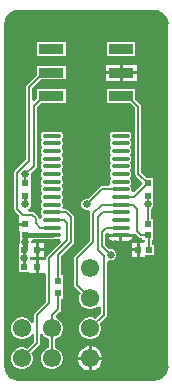
<source format=gbl>
G04*
G04 #@! TF.GenerationSoftware,Altium Limited,Altium Designer,23.0.1 (38)*
G04*
G04 Layer_Physical_Order=2*
G04 Layer_Color=16711680*
%FSLAX24Y24*%
%MOIN*%
G70*
G04*
G04 #@! TF.SameCoordinates,9BD69B8C-B535-481D-991D-221D870DF5CB*
G04*
G04*
G04 #@! TF.FilePolarity,Positive*
G04*
G01*
G75*
%ADD10C,0.0080*%
%ADD12C,0.0100*%
%ADD18R,0.0236X0.0236*%
%ADD25C,0.0610*%
%ADD26C,0.0260*%
%ADD27R,0.0236X0.0236*%
G04:AMPARAMS|DCode=28|XSize=59.1mil|YSize=13.8mil|CornerRadius=3.4mil|HoleSize=0mil|Usage=FLASHONLY|Rotation=180.000|XOffset=0mil|YOffset=0mil|HoleType=Round|Shape=RoundedRectangle|*
%AMROUNDEDRECTD28*
21,1,0.0591,0.0069,0,0,180.0*
21,1,0.0522,0.0138,0,0,180.0*
1,1,0.0069,-0.0261,0.0034*
1,1,0.0069,0.0261,0.0034*
1,1,0.0069,0.0261,-0.0034*
1,1,0.0069,-0.0261,-0.0034*
%
%ADD28ROUNDEDRECTD28*%
%ADD29R,0.0236X0.0216*%
%ADD30R,0.0216X0.0236*%
%ADD31R,0.0827X0.0335*%
%ADD32C,0.0150*%
G36*
X5332Y12568D02*
X5450Y12519D01*
X5551Y12441D01*
X5629Y12340D01*
X5678Y12222D01*
X5693Y12105D01*
X5691Y12095D01*
Y700D01*
X5693Y690D01*
X5678Y573D01*
X5629Y455D01*
X5551Y354D01*
X5450Y276D01*
X5332Y227D01*
X5215Y212D01*
X5206Y214D01*
X700D01*
X690Y212D01*
X573Y227D01*
X455Y276D01*
X354Y354D01*
X276Y455D01*
X227Y573D01*
X212Y690D01*
X214Y700D01*
Y12095D01*
X212Y12105D01*
X227Y12222D01*
X276Y12340D01*
X354Y12441D01*
X455Y12519D01*
X573Y12568D01*
X690Y12583D01*
X700Y12581D01*
X5206D01*
X5215Y12583D01*
X5332Y12568D01*
D02*
G37*
%LPC*%
G36*
X4588Y11495D02*
X3641D01*
Y11040D01*
X4588D01*
Y11495D01*
D02*
G37*
G36*
X2265D02*
X1318D01*
Y11040D01*
X2265D01*
Y11495D01*
D02*
G37*
G36*
X4628Y10747D02*
X4164D01*
Y10530D01*
X4628D01*
Y10747D01*
D02*
G37*
G36*
X4064D02*
X3601D01*
Y10530D01*
X4064D01*
Y10747D01*
D02*
G37*
G36*
X4628Y10430D02*
X4164D01*
Y10213D01*
X4628D01*
Y10430D01*
D02*
G37*
G36*
X4064D02*
X3601D01*
Y10213D01*
X4064D01*
Y10430D01*
D02*
G37*
G36*
X4588Y9920D02*
X3641D01*
Y9465D01*
X4427D01*
X4584Y9308D01*
Y7099D01*
X4592Y7060D01*
X4614Y7027D01*
X4800Y6840D01*
Y6752D01*
X4542Y6494D01*
X4515Y6498D01*
X4449Y6558D01*
Y6626D01*
X4442Y6663D01*
X4421Y6695D01*
Y6745D01*
X4442Y6777D01*
X4449Y6813D01*
Y6882D01*
X4442Y6919D01*
X4421Y6950D01*
Y7001D01*
X4442Y7033D01*
X4449Y7069D01*
Y7138D01*
X4442Y7175D01*
X4421Y7206D01*
Y7257D01*
X4442Y7288D01*
X4449Y7325D01*
Y7394D01*
X4442Y7431D01*
X4421Y7462D01*
Y7513D01*
X4442Y7544D01*
X4449Y7581D01*
Y7650D01*
X4442Y7687D01*
X4421Y7718D01*
Y7769D01*
X4442Y7800D01*
X4449Y7837D01*
Y7906D01*
X4442Y7943D01*
X4421Y7974D01*
Y8025D01*
X4442Y8056D01*
X4449Y8093D01*
Y8162D01*
X4442Y8199D01*
X4421Y8230D01*
Y8281D01*
X4442Y8312D01*
X4449Y8349D01*
Y8418D01*
X4442Y8455D01*
X4421Y8486D01*
X4389Y8507D01*
X4353Y8514D01*
X3831D01*
X3794Y8507D01*
X3763Y8486D01*
X3742Y8455D01*
X3735Y8418D01*
Y8349D01*
X3742Y8312D01*
X3763Y8281D01*
Y8230D01*
X3742Y8199D01*
X3735Y8162D01*
Y8093D01*
X3742Y8056D01*
X3763Y8025D01*
Y7974D01*
X3742Y7943D01*
X3735Y7906D01*
Y7837D01*
X3742Y7800D01*
X3763Y7769D01*
Y7718D01*
X3742Y7687D01*
X3735Y7650D01*
Y7581D01*
X3742Y7544D01*
X3763Y7513D01*
Y7462D01*
X3742Y7431D01*
X3735Y7394D01*
Y7325D01*
X3742Y7288D01*
X3763Y7257D01*
Y7206D01*
X3742Y7175D01*
X3735Y7138D01*
Y7069D01*
X3742Y7033D01*
X3763Y7001D01*
Y6950D01*
X3742Y6919D01*
X3735Y6882D01*
Y6813D01*
X3742Y6777D01*
X3742Y6776D01*
X3704Y6696D01*
X3479D01*
X3440Y6688D01*
X3407Y6666D01*
X3019Y6278D01*
X3013Y6280D01*
X2937D01*
X2868Y6251D01*
X2814Y6198D01*
X2785Y6128D01*
Y6052D01*
X2814Y5982D01*
X2868Y5929D01*
X2937Y5900D01*
X3013D01*
X3019Y5902D01*
X3035Y5894D01*
X3086Y5826D01*
X3078Y5787D01*
Y4872D01*
X2571Y4365D01*
X2549Y4332D01*
X2541Y4293D01*
Y3397D01*
X2549Y3358D01*
X2571Y3325D01*
X2760Y3136D01*
X2740Y3101D01*
X2715Y3008D01*
Y2912D01*
X2740Y2819D01*
X2788Y2736D01*
X2856Y2668D01*
X2939Y2620D01*
X3032Y2595D01*
X3128D01*
X3221Y2620D01*
X3304Y2668D01*
X3351Y2714D01*
X3431Y2684D01*
Y2455D01*
X3256Y2280D01*
X3221Y2300D01*
X3128Y2325D01*
X3032D01*
X2939Y2300D01*
X2856Y2252D01*
X2788Y2184D01*
X2740Y2101D01*
X2715Y2008D01*
Y1912D01*
X2740Y1819D01*
X2788Y1736D01*
X2856Y1668D01*
X2939Y1620D01*
X3032Y1595D01*
X3128D01*
X3221Y1620D01*
X3304Y1668D01*
X3372Y1736D01*
X3420Y1819D01*
X3445Y1912D01*
Y2008D01*
X3420Y2101D01*
X3400Y2136D01*
X3605Y2341D01*
X3627Y2374D01*
X3635Y2413D01*
Y4169D01*
X3715Y4223D01*
X3723Y4220D01*
X3798D01*
X3868Y4248D01*
X3922Y4302D01*
X3950Y4372D01*
Y4447D01*
X3922Y4517D01*
X3868Y4571D01*
X3798Y4600D01*
X3723D01*
X3717Y4597D01*
X3582Y4732D01*
Y5108D01*
X3650Y5161D01*
X3699Y5142D01*
X3702Y5132D01*
X3697Y5107D01*
X4092D01*
X4523D01*
X4529Y5112D01*
X4593Y5108D01*
X4696Y5006D01*
X4729Y4984D01*
X4768Y4976D01*
X4815D01*
Y4910D01*
X4894D01*
X4913Y4860D01*
X4862Y4788D01*
X4736D01*
Y4570D01*
Y4352D01*
X4894D01*
Y4392D01*
X5208D01*
Y4748D01*
X5142D01*
Y4910D01*
X5171D01*
Y5246D01*
X5171D01*
Y5264D01*
X5171D01*
Y5600D01*
X5095D01*
Y5927D01*
X5100Y5929D01*
X5154Y5982D01*
X5183Y6052D01*
Y6128D01*
X5162Y6177D01*
X5171Y6190D01*
X5171D01*
Y6546D01*
X5171Y6546D01*
Y6614D01*
X5171D01*
X5171Y6626D01*
Y6970D01*
X4959D01*
X4788Y7141D01*
Y9351D01*
X4780Y9390D01*
X4758Y9423D01*
X4588Y9593D01*
Y9920D01*
D02*
G37*
G36*
X4487Y5007D02*
X4142D01*
Y4885D01*
X4353D01*
X4405Y4896D01*
X4449Y4925D01*
X4479Y4970D01*
X4487Y5007D01*
D02*
G37*
G36*
X4042D02*
X3697D01*
X3704Y4970D01*
X3734Y4925D01*
X3778Y4896D01*
X3831Y4885D01*
X4042D01*
Y5007D01*
D02*
G37*
G36*
X1360Y4788D02*
Y4620D01*
X1528D01*
Y4788D01*
X1360D01*
D02*
G37*
G36*
X4636Y4788D02*
X4478D01*
Y4620D01*
X4636D01*
Y4788D01*
D02*
G37*
G36*
Y4520D02*
X4478D01*
Y4352D01*
X4636D01*
Y4520D01*
D02*
G37*
G36*
X1528D02*
X1360D01*
Y4352D01*
X1528D01*
Y4520D01*
D02*
G37*
G36*
X2265Y10707D02*
X1318D01*
Y10409D01*
X977Y10068D01*
X955Y10035D01*
X947Y9996D01*
Y8060D01*
Y7587D01*
X581Y7221D01*
X559Y7188D01*
X551Y7149D01*
Y5930D01*
X559Y5891D01*
X581Y5858D01*
X724Y5715D01*
X705Y5635D01*
X705D01*
Y5477D01*
X923D01*
Y5377D01*
X705D01*
Y5219D01*
X745D01*
Y4905D01*
X745D01*
X747Y4901D01*
X733Y4866D01*
Y4790D01*
X734Y4787D01*
X708Y4748D01*
X708D01*
Y4392D01*
X708D01*
X716Y4379D01*
X696Y4330D01*
Y4254D01*
X717Y4202D01*
X708Y4188D01*
X708D01*
Y3832D01*
X1028Y3832D01*
X1091Y3792D01*
X1127Y3792D01*
X1260D01*
Y4010D01*
Y4228D01*
X1150D01*
X1087Y4250D01*
X1078Y4290D01*
X1087Y4333D01*
X1150Y4352D01*
X1260D01*
Y4570D01*
Y4788D01*
X1114D01*
X1113Y4790D01*
X1113Y4810D01*
Y4866D01*
X1177Y4921D01*
X1811D01*
X1837Y4926D01*
X2060D01*
X2077Y4904D01*
X2097Y4850D01*
X1631Y4384D01*
X1609Y4351D01*
X1601Y4312D01*
Y4245D01*
X1528Y4228D01*
X1521Y4228D01*
X1360D01*
Y4010D01*
Y3792D01*
X1521D01*
X1528Y3792D01*
X1601Y3775D01*
Y2848D01*
X1237Y2485D01*
X1215Y2452D01*
X1208Y2413D01*
Y2162D01*
X1128Y2140D01*
X1102Y2184D01*
X1034Y2252D01*
X951Y2300D01*
X858Y2325D01*
X762D01*
X669Y2300D01*
X586Y2252D01*
X518Y2184D01*
X470Y2101D01*
X445Y2008D01*
Y1912D01*
X470Y1819D01*
X518Y1736D01*
X586Y1668D01*
X669Y1620D01*
X762Y1595D01*
X858D01*
X951Y1620D01*
X1034Y1668D01*
X1102Y1736D01*
X1128Y1780D01*
X1208Y1758D01*
Y1512D01*
X976Y1280D01*
X941Y1300D01*
X848Y1325D01*
X752D01*
X659Y1300D01*
X576Y1252D01*
X508Y1184D01*
X460Y1101D01*
X435Y1008D01*
Y912D01*
X460Y819D01*
X508Y736D01*
X576Y668D01*
X659Y620D01*
X752Y595D01*
X848D01*
X941Y620D01*
X1024Y668D01*
X1092Y736D01*
X1140Y819D01*
X1165Y912D01*
Y1008D01*
X1140Y1101D01*
X1120Y1136D01*
X1382Y1397D01*
X1404Y1431D01*
X1412Y1470D01*
Y1760D01*
X1492Y1781D01*
X1518Y1736D01*
X1586Y1668D01*
X1669Y1620D01*
X1698Y1612D01*
Y1311D01*
X1659Y1300D01*
X1576Y1252D01*
X1508Y1184D01*
X1460Y1101D01*
X1435Y1008D01*
Y912D01*
X1460Y819D01*
X1508Y736D01*
X1576Y668D01*
X1659Y620D01*
X1752Y595D01*
X1848D01*
X1941Y620D01*
X2024Y668D01*
X2092Y736D01*
X2140Y819D01*
X2165Y912D01*
Y1008D01*
X2140Y1101D01*
X2092Y1184D01*
X2024Y1252D01*
X1941Y1300D01*
X1902Y1311D01*
Y1607D01*
X1951Y1620D01*
X2034Y1668D01*
X2102Y1736D01*
X2150Y1819D01*
X2175Y1912D01*
Y2008D01*
X2150Y2101D01*
X2102Y2184D01*
X2034Y2252D01*
X1957Y2297D01*
X1948Y2327D01*
X1940Y2386D01*
X2070Y2516D01*
X2092Y2549D01*
X2100Y2588D01*
Y2947D01*
X2176D01*
Y3290D01*
X2176Y3303D01*
X2176Y3370D01*
X2176Y3383D01*
Y3727D01*
X2100D01*
Y4367D01*
X2512Y4779D01*
X2534Y4812D01*
X2542Y4851D01*
Y5657D01*
X2534Y5696D01*
X2512Y5730D01*
X2345Y5896D01*
X2312Y5919D01*
X2273Y5926D01*
X2193D01*
X2156Y6006D01*
X2158Y6009D01*
X2165Y6046D01*
Y6115D01*
X2158Y6152D01*
X2137Y6183D01*
Y6234D01*
X2158Y6265D01*
X2165Y6302D01*
Y6371D01*
X2158Y6407D01*
X2137Y6439D01*
Y6490D01*
X2158Y6521D01*
X2165Y6558D01*
Y6626D01*
X2158Y6663D01*
X2137Y6695D01*
Y6745D01*
X2158Y6777D01*
X2165Y6813D01*
Y6882D01*
X2158Y6919D01*
X2137Y6950D01*
Y7001D01*
X2158Y7033D01*
X2165Y7069D01*
Y7138D01*
X2158Y7175D01*
X2137Y7206D01*
Y7257D01*
X2158Y7288D01*
X2165Y7325D01*
Y7394D01*
X2158Y7431D01*
X2137Y7462D01*
Y7513D01*
X2158Y7544D01*
X2165Y7581D01*
Y7650D01*
X2158Y7687D01*
X2137Y7718D01*
Y7769D01*
X2158Y7800D01*
X2165Y7837D01*
Y7906D01*
X2158Y7943D01*
X2137Y7974D01*
Y8025D01*
X2158Y8056D01*
X2165Y8093D01*
Y8162D01*
X2158Y8199D01*
X2137Y8230D01*
Y8281D01*
X2158Y8312D01*
X2165Y8349D01*
Y8418D01*
X2158Y8455D01*
X2137Y8486D01*
X2106Y8507D01*
X2069Y8514D01*
X1547D01*
X1511Y8507D01*
X1479Y8486D01*
X1458Y8455D01*
X1451Y8418D01*
Y8349D01*
X1458Y8312D01*
X1479Y8281D01*
Y8230D01*
X1458Y8199D01*
X1451Y8162D01*
Y8093D01*
X1458Y8056D01*
X1479Y8025D01*
Y7974D01*
X1458Y7943D01*
X1451Y7906D01*
Y7837D01*
X1458Y7800D01*
X1479Y7769D01*
Y7718D01*
X1458Y7687D01*
X1451Y7650D01*
Y7581D01*
X1458Y7544D01*
X1479Y7513D01*
Y7462D01*
X1458Y7431D01*
X1451Y7394D01*
Y7325D01*
X1458Y7288D01*
X1479Y7257D01*
Y7206D01*
X1458Y7175D01*
X1451Y7138D01*
Y7069D01*
X1458Y7033D01*
X1479Y7001D01*
Y6950D01*
X1458Y6919D01*
X1451Y6882D01*
Y6813D01*
X1458Y6777D01*
X1479Y6745D01*
Y6695D01*
X1458Y6663D01*
X1451Y6626D01*
Y6558D01*
X1458Y6521D01*
X1479Y6490D01*
Y6439D01*
X1458Y6407D01*
X1451Y6371D01*
Y6302D01*
X1458Y6265D01*
X1479Y6234D01*
Y6183D01*
X1458Y6152D01*
X1451Y6115D01*
Y6046D01*
X1458Y6009D01*
X1479Y5978D01*
Y5927D01*
X1458Y5896D01*
X1451Y5859D01*
Y5790D01*
X1458Y5753D01*
X1479Y5722D01*
Y5671D01*
X1458Y5640D01*
X1454Y5618D01*
X1450Y5612D01*
X1422Y5595D01*
X1371Y5581D01*
X1365Y5587D01*
Y5630D01*
X1357Y5669D01*
X1335Y5702D01*
X1225Y5812D01*
X1192Y5834D01*
X1153Y5842D01*
X1029D01*
X1014Y5922D01*
X1030Y5929D01*
X1084Y5982D01*
X1113Y6052D01*
Y6128D01*
X1092Y6177D01*
X1101Y6190D01*
X1101D01*
Y6546D01*
X1101D01*
Y6614D01*
X1101D01*
Y6970D01*
X1101Y6970D01*
X1101D01*
X1108Y7047D01*
X1110Y7052D01*
Y7128D01*
X1108Y7133D01*
X1281Y7307D01*
X1303Y7340D01*
X1311Y7379D01*
Y9328D01*
X1446Y9463D01*
X1664D01*
X1674Y9465D01*
X2265D01*
Y9920D01*
X1318D01*
Y9624D01*
X1225Y9530D01*
X1151Y9561D01*
Y9954D01*
X1450Y10253D01*
X2265D01*
Y10707D01*
D02*
G37*
G36*
X3133Y1365D02*
X3130D01*
Y1010D01*
X3485D01*
Y1013D01*
X3458Y1116D01*
X3404Y1209D01*
X3329Y1284D01*
X3236Y1338D01*
X3133Y1365D01*
D02*
G37*
G36*
X3030D02*
X3027D01*
X2924Y1338D01*
X2831Y1284D01*
X2756Y1209D01*
X2702Y1116D01*
X2675Y1013D01*
Y1010D01*
X3030D01*
Y1365D01*
D02*
G37*
G36*
X3485Y910D02*
X3130D01*
Y555D01*
X3133D01*
X3236Y582D01*
X3329Y636D01*
X3404Y711D01*
X3458Y804D01*
X3485Y907D01*
Y910D01*
D02*
G37*
G36*
X3030D02*
X2675D01*
Y907D01*
X2702Y804D01*
X2756Y711D01*
X2831Y636D01*
X2924Y582D01*
X3027Y555D01*
X3030D01*
Y910D01*
D02*
G37*
%LPD*%
D10*
X1998Y4409D02*
X2440Y4851D01*
Y5657D01*
X1998Y3548D02*
Y4409D01*
X2300Y4909D02*
Y5470D01*
X1703Y2806D02*
Y4312D01*
X2300Y4909D01*
X1998Y2588D02*
Y3125D01*
X1810Y2400D02*
X1998Y2588D01*
X1810Y1960D02*
Y2400D01*
X1800Y1950D02*
X1810Y1960D01*
X2273Y5824D02*
X2440Y5657D01*
X1808Y5824D02*
X2273D01*
X1310Y1470D02*
Y2413D01*
X1703Y2806D01*
X1800Y960D02*
Y1950D01*
X800Y960D02*
X1310Y1470D01*
X3480Y4689D02*
X3760Y4410D01*
X3760D01*
X3480Y4689D02*
Y5174D01*
X3620Y5314D02*
X4094D01*
X653Y5930D02*
Y7149D01*
X1049Y7545D01*
Y8060D01*
X920Y7090D02*
X1209Y7379D01*
Y9370D01*
X4915Y6714D02*
X4993Y6792D01*
X4360Y9693D02*
X4488Y9565D01*
Y9549D02*
Y9565D01*
X4114Y9693D02*
X4360D01*
X4488Y9549D02*
X4686Y9351D01*
Y7099D02*
Y9351D01*
Y7099D02*
X4993Y6792D01*
X1808Y5568D02*
X2202D01*
X2300Y5470D01*
X3475Y6082D02*
X4092D01*
X2643Y4293D02*
X3180Y4830D01*
Y5787D02*
X3475Y6082D01*
X3180Y4830D02*
Y5787D01*
X4092Y6082D02*
X4521D01*
X3330Y4580D02*
X3533Y4377D01*
X3330Y5657D02*
X3499Y5826D01*
X3330Y4580D02*
Y5657D01*
X3480Y5174D02*
X3620Y5314D01*
X3499Y5826D02*
X4094D01*
X3080Y1960D02*
X3533Y2413D01*
X2643Y3397D02*
X3080Y2960D01*
X2643Y3397D02*
Y4293D01*
X3533Y2413D02*
Y4377D01*
X2975Y6090D02*
X3479Y6594D01*
X4094D01*
X921Y6793D02*
Y7089D01*
X920Y7090D02*
X921Y7089D01*
Y6793D02*
X923Y6792D01*
X843Y5740D02*
X1153D01*
X653Y5930D02*
X843Y5740D01*
X1049Y8060D02*
Y9996D01*
X1404Y9565D02*
X1664D01*
X1791Y9693D01*
X1209Y9370D02*
X1404Y9565D01*
X1153Y5740D02*
X1263Y5630D01*
Y5474D02*
Y5630D01*
Y5474D02*
X1422Y5314D01*
X1811D01*
X1049Y9996D02*
X1415Y10363D01*
X1674D02*
X1791Y10480D01*
X1415Y10363D02*
X1674D01*
X4906Y6714D02*
X4915D01*
X4531Y6338D02*
X4906Y6714D01*
X4094Y6338D02*
X4531D01*
X4993Y5432D02*
Y6368D01*
X4993Y6368D01*
X4521Y6082D02*
X4653Y5950D01*
Y5193D02*
X4768Y5078D01*
X4653Y5193D02*
Y5950D01*
X4768Y5078D02*
X4993D01*
X5040Y5031D01*
Y4570D02*
Y5031D01*
D12*
X886Y4010D02*
Y4292D01*
Y4570D02*
X923Y4607D01*
X886Y4292D02*
Y4570D01*
X923Y6090D02*
Y6368D01*
D18*
X886Y4010D02*
D03*
X1310D02*
D03*
Y4570D02*
D03*
X886D02*
D03*
D25*
X1810Y1960D02*
D03*
X810D02*
D03*
X3080D02*
D03*
Y960D02*
D03*
Y2960D02*
D03*
Y3960D02*
D03*
X800Y960D02*
D03*
X1800D02*
D03*
D26*
X3760Y4410D02*
D03*
X3917Y4754D02*
D03*
X2975Y6090D02*
D03*
X920Y7090D02*
D03*
X923Y4828D02*
D03*
X886Y4292D02*
D03*
X923Y6090D02*
D03*
X4993Y6090D02*
D03*
D27*
X1998Y3548D02*
D03*
X1998Y3125D02*
D03*
X4993Y6792D02*
D03*
Y6368D02*
D03*
X923Y6792D02*
D03*
Y6368D02*
D03*
D28*
X4092Y5313D02*
D03*
Y5057D02*
D03*
Y5824D02*
D03*
Y5568D02*
D03*
Y6336D02*
D03*
Y6080D02*
D03*
Y6848D02*
D03*
Y6592D02*
D03*
Y7360D02*
D03*
Y7104D02*
D03*
X1808Y8383D02*
D03*
Y8127D02*
D03*
Y7872D02*
D03*
Y7616D02*
D03*
X4092Y8383D02*
D03*
Y8127D02*
D03*
Y7872D02*
D03*
Y7616D02*
D03*
X1808Y7360D02*
D03*
Y7104D02*
D03*
Y6848D02*
D03*
Y6592D02*
D03*
Y6336D02*
D03*
Y6080D02*
D03*
Y5824D02*
D03*
Y5568D02*
D03*
Y5313D02*
D03*
Y5057D02*
D03*
D29*
X923Y5427D02*
D03*
Y5073D02*
D03*
X4993Y5432D02*
D03*
Y5078D02*
D03*
D30*
X4686Y4570D02*
D03*
X5040D02*
D03*
D31*
X1791Y11267D02*
D03*
Y10480D02*
D03*
Y9693D02*
D03*
X4114Y11267D02*
D03*
Y10480D02*
D03*
Y9693D02*
D03*
D32*
X923Y5073D02*
X937Y5058D01*
X1811D01*
X923Y4607D02*
Y5073D01*
M02*

</source>
